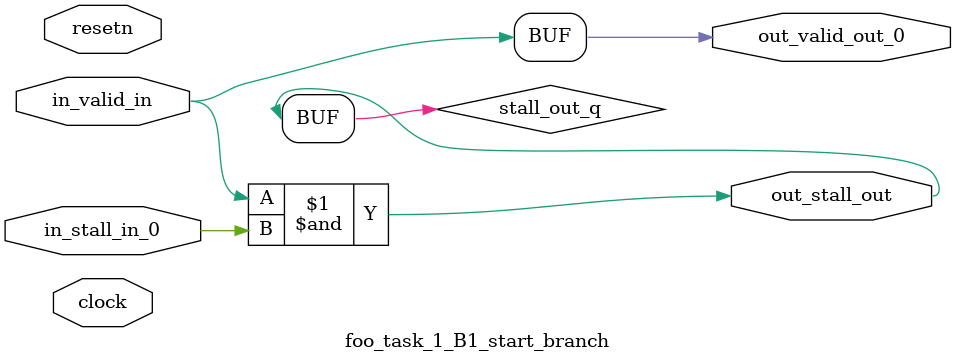
<source format=sv>



(* altera_attribute = "-name AUTO_SHIFT_REGISTER_RECOGNITION OFF; -name MESSAGE_DISABLE 10036; -name MESSAGE_DISABLE 10037; -name MESSAGE_DISABLE 14130; -name MESSAGE_DISABLE 14320; -name MESSAGE_DISABLE 15400; -name MESSAGE_DISABLE 14130; -name MESSAGE_DISABLE 10036; -name MESSAGE_DISABLE 12020; -name MESSAGE_DISABLE 12030; -name MESSAGE_DISABLE 12010; -name MESSAGE_DISABLE 12110; -name MESSAGE_DISABLE 14320; -name MESSAGE_DISABLE 13410; -name MESSAGE_DISABLE 113007; -name MESSAGE_DISABLE 10958" *)
module foo_task_1_B1_start_branch (
    input wire [0:0] in_stall_in_0,
    input wire [0:0] in_valid_in,
    output wire [0:0] out_stall_out,
    output wire [0:0] out_valid_out_0,
    input wire clock,
    input wire resetn
    );

    wire [0:0] stall_out_q;


    // stall_out(LOGICAL,6)
    assign stall_out_q = in_valid_in & in_stall_in_0;

    // out_stall_out(GPOUT,4)
    assign out_stall_out = stall_out_q;

    // out_valid_out_0(GPOUT,5)
    assign out_valid_out_0 = in_valid_in;

endmodule

</source>
